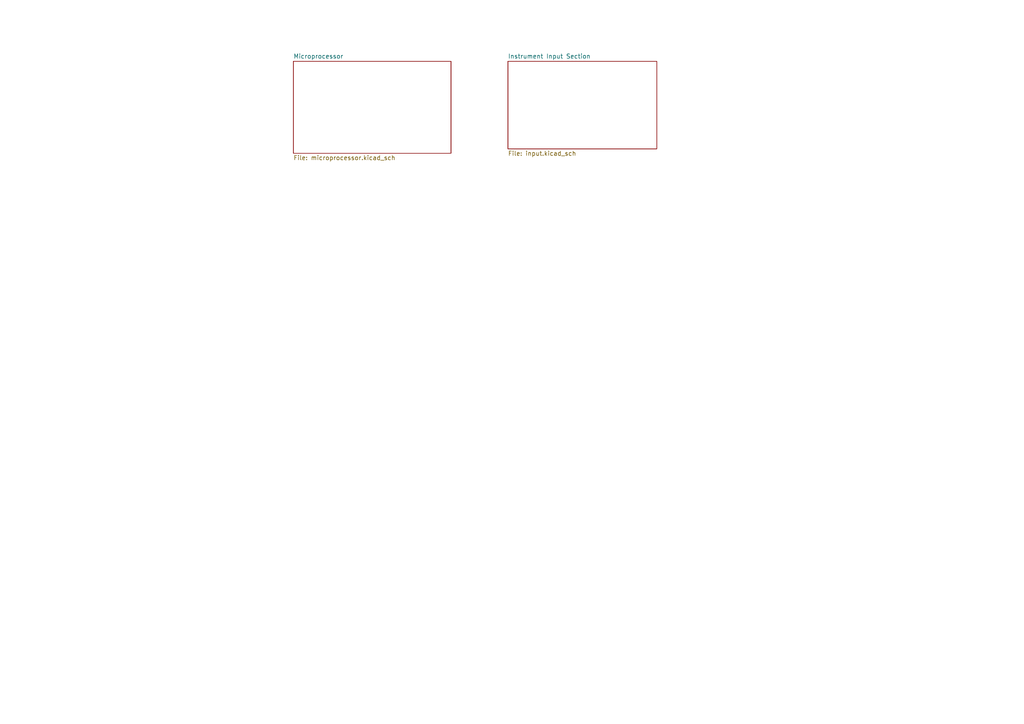
<source format=kicad_sch>
(kicad_sch (version 20211123) (generator eeschema)
  (paper "A4")
  (title_block (title "Finus - Digital Tuner") (date "2022-12-14") (rev "1.0") (company "Beseta") (comment 1 "Designed by Emilio Bernal") (comment 2 "ATTiny Version"))
  (lib_symbols)
  (sheet (at 147.32 17.78) (size 43.18 25.4) (stroke (width 0.1524))
    (property "Sheet name" "Instrument Input Section" (at 147.32 17.0684 0) (effects (justify left bottom)))
    (property "Sheet file" "input.kicad_sch" (at 147.32 43.7646 0) (effects (justify left top)))
  )
  (sheet (at 85.09 17.78) (size 45.72 26.67) (stroke (width 0.1524))
    (property "Sheet name" "Microprocessor" (at 85.09 17.0684 0) (effects (justify left bottom)))
    (property "Sheet file" "microprocessor.kicad_sch" (at 85.09 45.0346 0) (effects (justify left top)))
  )
)
</source>
